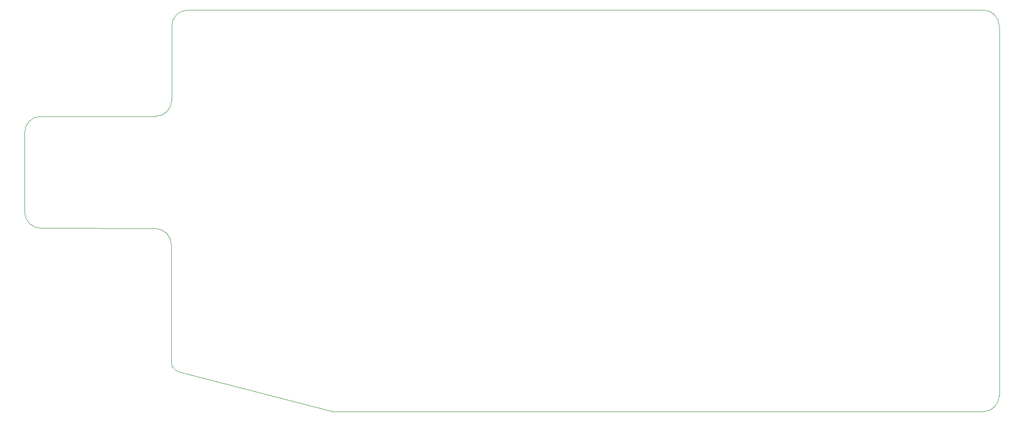
<source format=gbr>
G04 #@! TF.GenerationSoftware,KiCad,Pcbnew,(6.0.4)*
G04 #@! TF.CreationDate,2022-12-04T19:10:42+01:00*
G04 #@! TF.ProjectId,can_controller_board,63616e5f-636f-46e7-9472-6f6c6c65725f,1.0*
G04 #@! TF.SameCoordinates,Original*
G04 #@! TF.FileFunction,Profile,NP*
%FSLAX46Y46*%
G04 Gerber Fmt 4.6, Leading zero omitted, Abs format (unit mm)*
G04 Created by KiCad (PCBNEW (6.0.4)) date 2022-12-04 19:10:42*
%MOMM*%
%LPD*%
G01*
G04 APERTURE LIST*
G04 #@! TA.AperFunction,Profile*
%ADD10C,0.100000*%
G04 #@! TD*
G04 APERTURE END LIST*
D10*
X234484421Y-140378977D02*
G75*
G03*
X237486176Y-137379073I79J3001677D01*
G01*
X234486176Y-65357317D02*
X88634421Y-65368317D01*
X80175000Y-106165579D02*
X58850000Y-106109421D01*
X83175080Y-109150000D02*
G75*
G03*
X80175000Y-106165579I-3000080J-15700D01*
G01*
X80210939Y-85225006D02*
G75*
G03*
X83260939Y-82225000I-39J3050456D01*
G01*
X86260939Y-65368309D02*
G75*
G03*
X83260939Y-68368317I41J-3000041D01*
G01*
X83179558Y-131295567D02*
G75*
G03*
X84550000Y-132900000I1970442J295567D01*
G01*
X58834421Y-85225000D02*
X80210939Y-85225000D01*
X113316176Y-140377317D02*
X84550000Y-132900000D01*
X237486183Y-68357317D02*
G75*
G03*
X234486176Y-65357317I-2999983J17D01*
G01*
X55850000Y-88225000D02*
X55850000Y-103125000D01*
X237486176Y-137379073D02*
X237486176Y-68357317D01*
X83175000Y-109150000D02*
X83179559Y-131295567D01*
X58834421Y-85225001D02*
G75*
G03*
X55850000Y-88225000I15659J-3000039D01*
G01*
X55849920Y-103125000D02*
G75*
G03*
X58850000Y-106109421I3000080J15700D01*
G01*
X83260939Y-82225000D02*
X83260939Y-68368317D01*
X86260939Y-65368317D02*
X88634421Y-65368317D01*
X113316176Y-140377317D02*
X234484421Y-140379073D01*
M02*

</source>
